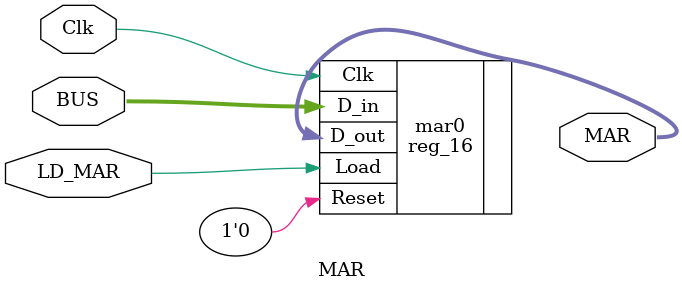
<source format=sv>
module MAR(input logic Clk, LD_MAR, 
					input logic [15:0] BUS,
					output logic [15:0] MAR
);

reg_16 mar0(.Clk, .Reset(1'b0), .Load(LD_MAR), .D_in(BUS), .D_out(MAR));


endmodule

</source>
